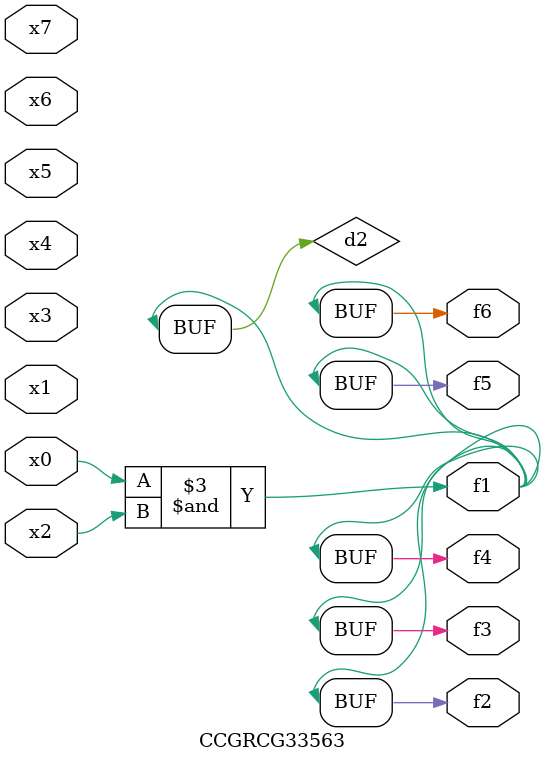
<source format=v>
module CCGRCG33563(
	input x0, x1, x2, x3, x4, x5, x6, x7,
	output f1, f2, f3, f4, f5, f6
);

	wire d1, d2;

	nor (d1, x3, x6);
	and (d2, x0, x2);
	assign f1 = d2;
	assign f2 = d2;
	assign f3 = d2;
	assign f4 = d2;
	assign f5 = d2;
	assign f6 = d2;
endmodule

</source>
